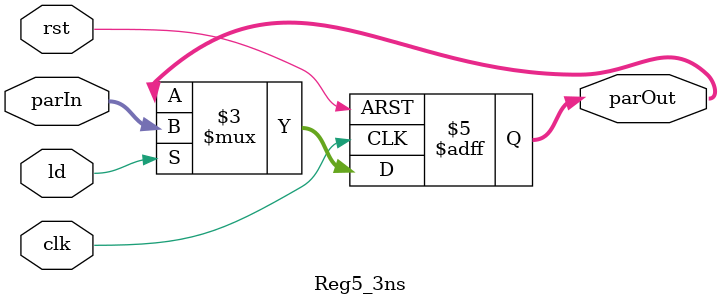
<source format=v>
`timescale 1ns/1ns
module Reg5_3ns(input clk, rst, ld, input [4:0] parIn, output reg [4:0] parOut);
    always @(posedge clk, posedge rst) begin
        #3
        if(rst) parOut = 5'b0;
        else if(ld) parOut = parIn;
        else parOut = parOut;
    end
endmodule
</source>
